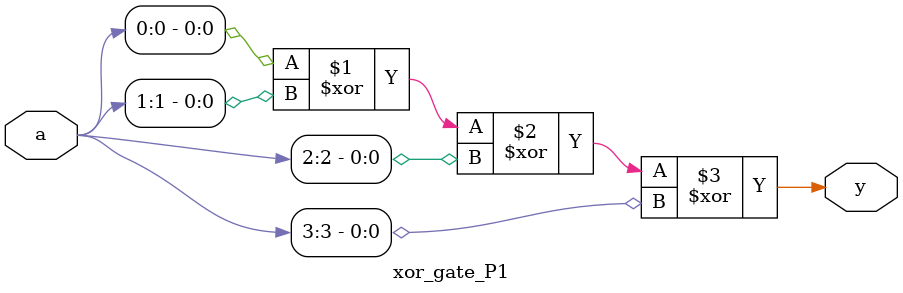
<source format=v>
`timescale 1ns / 1ps

module xor_gate_P1(
    input wire [3:0] a,
    output wire y
    );

    assign y = a[0] ^ a[1] ^ a[2] ^ a[3];

endmodule
</source>
